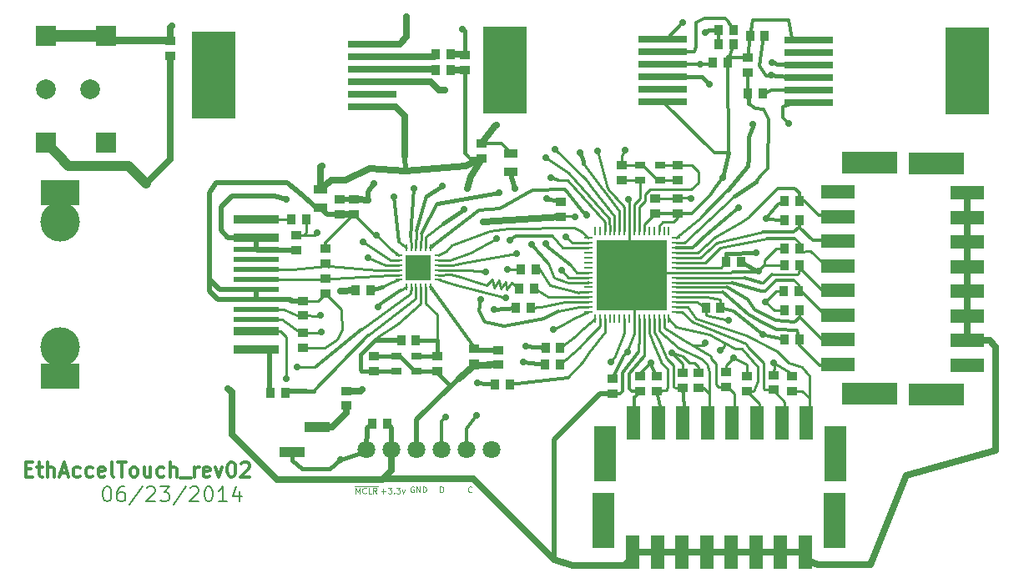
<source format=gtl>
G04 (created by PCBNEW (2013-08-24 BZR 4298)-stable) date Mon 23 Jun 2014 07:33:22 PM PDT*
%MOIN*%
G04 Gerber Fmt 3.4, Leading zero omitted, Abs format*
%FSLAX34Y34*%
G01*
G70*
G90*
G04 APERTURE LIST*
%ADD10C,0.005906*%
%ADD11C,0.003937*%
%ADD12C,0.007874*%
%ADD13C,0.011811*%
%ADD14R,0.035400X0.039400*%
%ADD15R,0.039400X0.035400*%
%ADD16R,0.009843X0.033465*%
%ADD17R,0.033465X0.009843*%
%ADD18R,0.281496X0.281496*%
%ADD19C,0.070866*%
%ADD20C,0.078700*%
%ADD21R,0.078700X0.078700*%
%ADD22R,0.181102X0.031890*%
%ADD23R,0.181102X0.024016*%
%ADD24C,0.157480*%
%ADD25R,0.153543X0.098425*%
%ADD26R,0.098400X0.098400*%
%ADD27O,0.009800X0.031500*%
%ADD28O,0.031500X0.009800*%
%ADD29C,0.023622*%
%ADD30R,0.055000X0.035000*%
%ADD31R,0.133858X0.055118*%
%ADD32R,0.220472X0.090551*%
%ADD33R,0.055118X0.133858*%
%ADD34R,0.090551X0.220472*%
%ADD35R,0.100000X0.039000*%
%ADD36R,0.196850X0.029921*%
%ADD37R,0.177165X0.346457*%
%ADD38R,0.039370X0.031496*%
%ADD39C,0.027559*%
%ADD40C,0.009843*%
%ADD41C,0.019685*%
%ADD42C,0.027559*%
%ADD43C,0.013780*%
%ADD44C,0.015748*%
%ADD45C,0.047244*%
%ADD46C,0.031496*%
%ADD47C,0.039370*%
G04 APERTURE END LIST*
G54D10*
G54D11*
X48515Y-44150D02*
X48695Y-44150D01*
X48605Y-44240D02*
X48605Y-44060D01*
X48785Y-44004D02*
X48931Y-44004D01*
X48852Y-44094D01*
X48886Y-44094D01*
X48908Y-44105D01*
X48920Y-44116D01*
X48931Y-44139D01*
X48931Y-44195D01*
X48920Y-44218D01*
X48908Y-44229D01*
X48886Y-44240D01*
X48818Y-44240D01*
X48796Y-44229D01*
X48785Y-44218D01*
X49032Y-44218D02*
X49043Y-44229D01*
X49032Y-44240D01*
X49021Y-44229D01*
X49032Y-44218D01*
X49032Y-44240D01*
X49122Y-44004D02*
X49268Y-44004D01*
X49190Y-44094D01*
X49223Y-44094D01*
X49246Y-44105D01*
X49257Y-44116D01*
X49268Y-44139D01*
X49268Y-44195D01*
X49257Y-44218D01*
X49246Y-44229D01*
X49223Y-44240D01*
X49156Y-44240D01*
X49133Y-44229D01*
X49122Y-44218D01*
X49347Y-44083D02*
X49403Y-44240D01*
X49460Y-44083D01*
G54D12*
X37542Y-43967D02*
X37598Y-43967D01*
X37654Y-43996D01*
X37682Y-44024D01*
X37710Y-44080D01*
X37739Y-44192D01*
X37739Y-44333D01*
X37710Y-44446D01*
X37682Y-44502D01*
X37654Y-44530D01*
X37598Y-44558D01*
X37542Y-44558D01*
X37485Y-44530D01*
X37457Y-44502D01*
X37429Y-44446D01*
X37401Y-44333D01*
X37401Y-44192D01*
X37429Y-44080D01*
X37457Y-44024D01*
X37485Y-43996D01*
X37542Y-43967D01*
X38245Y-43967D02*
X38132Y-43967D01*
X38076Y-43996D01*
X38048Y-44024D01*
X37992Y-44108D01*
X37964Y-44221D01*
X37964Y-44446D01*
X37992Y-44502D01*
X38020Y-44530D01*
X38076Y-44558D01*
X38188Y-44558D01*
X38245Y-44530D01*
X38273Y-44502D01*
X38301Y-44446D01*
X38301Y-44305D01*
X38273Y-44249D01*
X38245Y-44221D01*
X38188Y-44192D01*
X38076Y-44192D01*
X38020Y-44221D01*
X37992Y-44249D01*
X37964Y-44305D01*
X38976Y-43939D02*
X38470Y-44699D01*
X39145Y-44024D02*
X39173Y-43996D01*
X39229Y-43967D01*
X39370Y-43967D01*
X39426Y-43996D01*
X39454Y-44024D01*
X39482Y-44080D01*
X39482Y-44136D01*
X39454Y-44221D01*
X39116Y-44558D01*
X39482Y-44558D01*
X39679Y-43967D02*
X40044Y-43967D01*
X39848Y-44192D01*
X39932Y-44192D01*
X39988Y-44221D01*
X40016Y-44249D01*
X40044Y-44305D01*
X40044Y-44446D01*
X40016Y-44502D01*
X39988Y-44530D01*
X39932Y-44558D01*
X39763Y-44558D01*
X39707Y-44530D01*
X39679Y-44502D01*
X40719Y-43939D02*
X40213Y-44699D01*
X40888Y-44024D02*
X40916Y-43996D01*
X40973Y-43967D01*
X41113Y-43967D01*
X41169Y-43996D01*
X41197Y-44024D01*
X41226Y-44080D01*
X41226Y-44136D01*
X41197Y-44221D01*
X40860Y-44558D01*
X41226Y-44558D01*
X41591Y-43967D02*
X41647Y-43967D01*
X41704Y-43996D01*
X41732Y-44024D01*
X41760Y-44080D01*
X41788Y-44192D01*
X41788Y-44333D01*
X41760Y-44446D01*
X41732Y-44502D01*
X41704Y-44530D01*
X41647Y-44558D01*
X41591Y-44558D01*
X41535Y-44530D01*
X41507Y-44502D01*
X41479Y-44446D01*
X41451Y-44333D01*
X41451Y-44192D01*
X41479Y-44080D01*
X41507Y-44024D01*
X41535Y-43996D01*
X41591Y-43967D01*
X42350Y-44558D02*
X42013Y-44558D01*
X42182Y-44558D02*
X42182Y-43967D01*
X42125Y-44052D01*
X42069Y-44108D01*
X42013Y-44136D01*
X42857Y-44164D02*
X42857Y-44558D01*
X42716Y-43939D02*
X42575Y-44361D01*
X42941Y-44361D01*
G54D13*
X34322Y-43264D02*
X34519Y-43264D01*
X34603Y-43574D02*
X34322Y-43574D01*
X34322Y-42983D01*
X34603Y-42983D01*
X34772Y-43180D02*
X34997Y-43180D01*
X34856Y-42983D02*
X34856Y-43489D01*
X34884Y-43546D01*
X34940Y-43574D01*
X34997Y-43574D01*
X35194Y-43574D02*
X35194Y-42983D01*
X35447Y-43574D02*
X35447Y-43264D01*
X35419Y-43208D01*
X35362Y-43180D01*
X35278Y-43180D01*
X35222Y-43208D01*
X35194Y-43236D01*
X35700Y-43405D02*
X35981Y-43405D01*
X35643Y-43574D02*
X35840Y-42983D01*
X36037Y-43574D01*
X36487Y-43546D02*
X36431Y-43574D01*
X36318Y-43574D01*
X36262Y-43546D01*
X36234Y-43517D01*
X36206Y-43461D01*
X36206Y-43293D01*
X36234Y-43236D01*
X36262Y-43208D01*
X36318Y-43180D01*
X36431Y-43180D01*
X36487Y-43208D01*
X36993Y-43546D02*
X36937Y-43574D01*
X36825Y-43574D01*
X36768Y-43546D01*
X36740Y-43517D01*
X36712Y-43461D01*
X36712Y-43293D01*
X36740Y-43236D01*
X36768Y-43208D01*
X36825Y-43180D01*
X36937Y-43180D01*
X36993Y-43208D01*
X37471Y-43546D02*
X37415Y-43574D01*
X37303Y-43574D01*
X37246Y-43546D01*
X37218Y-43489D01*
X37218Y-43264D01*
X37246Y-43208D01*
X37303Y-43180D01*
X37415Y-43180D01*
X37471Y-43208D01*
X37500Y-43264D01*
X37500Y-43321D01*
X37218Y-43377D01*
X37837Y-43574D02*
X37781Y-43546D01*
X37753Y-43489D01*
X37753Y-42983D01*
X37978Y-42983D02*
X38315Y-42983D01*
X38146Y-43574D02*
X38146Y-42983D01*
X38596Y-43574D02*
X38540Y-43546D01*
X38512Y-43517D01*
X38484Y-43461D01*
X38484Y-43293D01*
X38512Y-43236D01*
X38540Y-43208D01*
X38596Y-43180D01*
X38681Y-43180D01*
X38737Y-43208D01*
X38765Y-43236D01*
X38793Y-43293D01*
X38793Y-43461D01*
X38765Y-43517D01*
X38737Y-43546D01*
X38681Y-43574D01*
X38596Y-43574D01*
X39299Y-43180D02*
X39299Y-43574D01*
X39046Y-43180D02*
X39046Y-43489D01*
X39074Y-43546D01*
X39131Y-43574D01*
X39215Y-43574D01*
X39271Y-43546D01*
X39299Y-43517D01*
X39834Y-43546D02*
X39777Y-43574D01*
X39665Y-43574D01*
X39609Y-43546D01*
X39580Y-43517D01*
X39552Y-43461D01*
X39552Y-43293D01*
X39580Y-43236D01*
X39609Y-43208D01*
X39665Y-43180D01*
X39777Y-43180D01*
X39834Y-43208D01*
X40087Y-43574D02*
X40087Y-42983D01*
X40340Y-43574D02*
X40340Y-43264D01*
X40312Y-43208D01*
X40255Y-43180D01*
X40171Y-43180D01*
X40115Y-43208D01*
X40087Y-43236D01*
X40480Y-43630D02*
X40930Y-43630D01*
X41071Y-43574D02*
X41071Y-43180D01*
X41071Y-43293D02*
X41099Y-43236D01*
X41127Y-43208D01*
X41183Y-43180D01*
X41240Y-43180D01*
X41661Y-43546D02*
X41605Y-43574D01*
X41493Y-43574D01*
X41437Y-43546D01*
X41408Y-43489D01*
X41408Y-43264D01*
X41437Y-43208D01*
X41493Y-43180D01*
X41605Y-43180D01*
X41661Y-43208D01*
X41690Y-43264D01*
X41690Y-43321D01*
X41408Y-43377D01*
X41886Y-43180D02*
X42027Y-43574D01*
X42168Y-43180D01*
X42505Y-42983D02*
X42561Y-42983D01*
X42618Y-43011D01*
X42646Y-43039D01*
X42674Y-43096D01*
X42702Y-43208D01*
X42702Y-43349D01*
X42674Y-43461D01*
X42646Y-43517D01*
X42618Y-43546D01*
X42561Y-43574D01*
X42505Y-43574D01*
X42449Y-43546D01*
X42421Y-43517D01*
X42393Y-43461D01*
X42365Y-43349D01*
X42365Y-43208D01*
X42393Y-43096D01*
X42421Y-43039D01*
X42449Y-43011D01*
X42505Y-42983D01*
X42927Y-43039D02*
X42955Y-43011D01*
X43011Y-42983D01*
X43152Y-42983D01*
X43208Y-43011D01*
X43236Y-43039D01*
X43264Y-43096D01*
X43264Y-43152D01*
X43236Y-43236D01*
X42899Y-43574D01*
X43264Y-43574D01*
G54D11*
X50866Y-44201D02*
X50866Y-43965D01*
X50922Y-43965D01*
X50956Y-43976D01*
X50978Y-43998D01*
X50989Y-44021D01*
X51001Y-44066D01*
X51001Y-44100D01*
X50989Y-44145D01*
X50978Y-44167D01*
X50956Y-44190D01*
X50922Y-44201D01*
X50866Y-44201D01*
X52137Y-44178D02*
X52125Y-44190D01*
X52092Y-44201D01*
X52069Y-44201D01*
X52035Y-44190D01*
X52013Y-44167D01*
X52002Y-44145D01*
X51991Y-44100D01*
X51991Y-44066D01*
X52002Y-44021D01*
X52013Y-43998D01*
X52035Y-43976D01*
X52069Y-43965D01*
X52092Y-43965D01*
X52125Y-43976D01*
X52137Y-43987D01*
X49820Y-43976D02*
X49797Y-43965D01*
X49763Y-43965D01*
X49730Y-43976D01*
X49707Y-43998D01*
X49696Y-44021D01*
X49685Y-44066D01*
X49685Y-44100D01*
X49696Y-44145D01*
X49707Y-44167D01*
X49730Y-44190D01*
X49763Y-44201D01*
X49786Y-44201D01*
X49820Y-44190D01*
X49831Y-44178D01*
X49831Y-44100D01*
X49786Y-44100D01*
X49932Y-44201D02*
X49932Y-43965D01*
X50067Y-44201D01*
X50067Y-43965D01*
X50179Y-44201D02*
X50179Y-43965D01*
X50236Y-43965D01*
X50269Y-43976D01*
X50292Y-43998D01*
X50303Y-44021D01*
X50314Y-44066D01*
X50314Y-44100D01*
X50303Y-44145D01*
X50292Y-44167D01*
X50269Y-44190D01*
X50236Y-44201D01*
X50179Y-44201D01*
X47502Y-44240D02*
X47502Y-44004D01*
X47581Y-44173D01*
X47660Y-44004D01*
X47660Y-44240D01*
X47907Y-44218D02*
X47896Y-44229D01*
X47862Y-44240D01*
X47840Y-44240D01*
X47806Y-44229D01*
X47784Y-44206D01*
X47772Y-44184D01*
X47761Y-44139D01*
X47761Y-44105D01*
X47772Y-44060D01*
X47784Y-44038D01*
X47806Y-44015D01*
X47840Y-44004D01*
X47862Y-44004D01*
X47896Y-44015D01*
X47907Y-44026D01*
X48121Y-44240D02*
X48008Y-44240D01*
X48008Y-44004D01*
X48335Y-44240D02*
X48256Y-44128D01*
X48200Y-44240D02*
X48200Y-44004D01*
X48290Y-44004D01*
X48312Y-44015D01*
X48323Y-44026D01*
X48335Y-44049D01*
X48335Y-44083D01*
X48323Y-44105D01*
X48312Y-44116D01*
X48290Y-44128D01*
X48200Y-44128D01*
X47446Y-43963D02*
X48380Y-43963D01*
G54D14*
X61987Y-26299D03*
X62579Y-26299D03*
G54D15*
X51850Y-26711D03*
X51850Y-27303D03*
X63149Y-27421D03*
X63149Y-26829D03*
G54D14*
X61987Y-25708D03*
X62579Y-25708D03*
X51280Y-26692D03*
X50688Y-26692D03*
X63168Y-28267D03*
X63760Y-28267D03*
X61751Y-27007D03*
X62343Y-27007D03*
X50688Y-27322D03*
X51280Y-27322D03*
X63839Y-25944D03*
X63247Y-25944D03*
G54D15*
X58858Y-39546D03*
X58858Y-40138D03*
G54D14*
X64625Y-38070D03*
X65217Y-38070D03*
G54D15*
X59527Y-39546D03*
X59527Y-40138D03*
G54D14*
X64625Y-36929D03*
X65217Y-36929D03*
G54D15*
X60551Y-39428D03*
X60551Y-40020D03*
G54D14*
X64585Y-36141D03*
X65177Y-36141D03*
G54D15*
X61181Y-39428D03*
X61181Y-40020D03*
G54D14*
X64625Y-35118D03*
X65217Y-35118D03*
G54D15*
X62283Y-39389D03*
X62283Y-39981D03*
G54D14*
X64625Y-34448D03*
X65217Y-34448D03*
G54D15*
X63110Y-39546D03*
X63110Y-40138D03*
G54D16*
X59807Y-37259D03*
X60003Y-37259D03*
X58625Y-37259D03*
X58822Y-37259D03*
X59216Y-37259D03*
X59019Y-37259D03*
X59610Y-37259D03*
X59413Y-37259D03*
X57838Y-37259D03*
X58035Y-37259D03*
X58429Y-37259D03*
X58232Y-37259D03*
X57444Y-37259D03*
X57641Y-37259D03*
X57248Y-37259D03*
X57051Y-37259D03*
G54D17*
X56775Y-36984D03*
X56775Y-36787D03*
X56775Y-36393D03*
X56775Y-36590D03*
X56775Y-35803D03*
X56775Y-35606D03*
X56775Y-36000D03*
X56775Y-36196D03*
X56775Y-34622D03*
X56775Y-34425D03*
X56775Y-35015D03*
X56775Y-34818D03*
X56775Y-35212D03*
X56775Y-35409D03*
X56775Y-34031D03*
X56775Y-34228D03*
G54D16*
X57051Y-33755D03*
X57248Y-33755D03*
X57641Y-33755D03*
X57444Y-33755D03*
X58232Y-33755D03*
X58429Y-33755D03*
X58035Y-33755D03*
X57838Y-33755D03*
X59413Y-33755D03*
X59610Y-33755D03*
X59019Y-33755D03*
X59216Y-33755D03*
X58822Y-33755D03*
X58625Y-33755D03*
X60003Y-33755D03*
X59807Y-33755D03*
G54D17*
X60279Y-34228D03*
X60279Y-34031D03*
X60279Y-35409D03*
X60279Y-35212D03*
X60279Y-34818D03*
X60279Y-35007D03*
X60279Y-34425D03*
X60279Y-34622D03*
X60279Y-36196D03*
X60279Y-36000D03*
X60279Y-35606D03*
X60279Y-35803D03*
X60279Y-36590D03*
X60279Y-36393D03*
X60279Y-36787D03*
X60279Y-36984D03*
G54D18*
X58527Y-35507D03*
G54D14*
X64625Y-33307D03*
X65217Y-33307D03*
G54D15*
X64173Y-39507D03*
X64173Y-40099D03*
G54D14*
X64625Y-32559D03*
X65217Y-32559D03*
G54D15*
X64921Y-39546D03*
X64921Y-40138D03*
G54D19*
X51925Y-42480D03*
X52925Y-42480D03*
X47933Y-42480D03*
X48933Y-42480D03*
X50929Y-42480D03*
X49929Y-42480D03*
G54D20*
X36890Y-28070D03*
G54D21*
X35118Y-25940D03*
X37520Y-25940D03*
X35118Y-30202D03*
X37520Y-30202D03*
G54D20*
X35118Y-28070D03*
G54D15*
X52519Y-30255D03*
X52519Y-30847D03*
X46850Y-32483D03*
X46850Y-33075D03*
X52216Y-39040D03*
X52216Y-38448D03*
G54D22*
X43523Y-33291D03*
X43523Y-34015D03*
G54D23*
X43523Y-34488D03*
X43523Y-34889D03*
X43523Y-35692D03*
X43523Y-37291D03*
X43523Y-36488D03*
G54D22*
X43523Y-38488D03*
X43523Y-37763D03*
G54D23*
X43523Y-36090D03*
X43523Y-36889D03*
G54D24*
X35681Y-38389D03*
X35681Y-33389D03*
G54D23*
X43523Y-35291D03*
G54D25*
X35681Y-32228D03*
X35681Y-39551D03*
G54D26*
X50003Y-35208D03*
G54D27*
X49511Y-35995D03*
X49708Y-35995D03*
X49905Y-35995D03*
X50101Y-35995D03*
X50298Y-35995D03*
X50495Y-35995D03*
G54D28*
X50790Y-35700D03*
X50790Y-35503D03*
X50790Y-35306D03*
X50790Y-35110D03*
X50790Y-34913D03*
X50790Y-34716D03*
G54D27*
X50495Y-34421D03*
X50298Y-34421D03*
X50101Y-34421D03*
X49905Y-34421D03*
X49708Y-34421D03*
X49511Y-34421D03*
G54D28*
X49216Y-34716D03*
X49216Y-34913D03*
X49216Y-35110D03*
X49216Y-35306D03*
X49216Y-35503D03*
X49216Y-35700D03*
G54D29*
X50003Y-35208D03*
X49703Y-34908D03*
X49703Y-35508D03*
X50303Y-34908D03*
X50303Y-35508D03*
G54D14*
X47491Y-36114D03*
X48083Y-36114D03*
G54D30*
X46094Y-32077D03*
X46094Y-32827D03*
G54D15*
X53188Y-39095D03*
X53188Y-38503D03*
X50748Y-39351D03*
X50748Y-38759D03*
X48228Y-39351D03*
X48228Y-38759D03*
X47125Y-40137D03*
X47125Y-40729D03*
X47409Y-32491D03*
X47409Y-33083D03*
X57755Y-39664D03*
X57755Y-40256D03*
X40098Y-26752D03*
X40098Y-26160D03*
G54D14*
X62067Y-36811D03*
X61475Y-36811D03*
G54D15*
X55704Y-32589D03*
X55704Y-33181D03*
G54D14*
X62894Y-35000D03*
X62302Y-35000D03*
G54D15*
X60354Y-32459D03*
X60354Y-33051D03*
X58110Y-31121D03*
X58110Y-31713D03*
X60354Y-31713D03*
X60354Y-31121D03*
X59448Y-32459D03*
X59448Y-33051D03*
G54D14*
X55666Y-38421D03*
X55074Y-38421D03*
X55650Y-39094D03*
X55058Y-39094D03*
X53642Y-39881D03*
X53050Y-39881D03*
X49310Y-38129D03*
X49902Y-38129D03*
X54685Y-35295D03*
X54093Y-35295D03*
X54626Y-36043D03*
X54034Y-36043D03*
X54492Y-36822D03*
X53900Y-36822D03*
G54D15*
X46283Y-35051D03*
X46283Y-34459D03*
X46291Y-35664D03*
X46291Y-36256D03*
X45385Y-37134D03*
X45385Y-36542D03*
X45405Y-37822D03*
X45405Y-38414D03*
G54D14*
X44693Y-40208D03*
X44101Y-40208D03*
X48168Y-41456D03*
X48760Y-41456D03*
X45516Y-33295D03*
X44924Y-33295D03*
G54D15*
X45106Y-34512D03*
X45106Y-33920D03*
G54D30*
X53700Y-31398D03*
X53700Y-30648D03*
G54D31*
X71929Y-39114D03*
X71929Y-38129D03*
X71929Y-37145D03*
X71929Y-32224D03*
X71929Y-34192D03*
X71929Y-33208D03*
G54D32*
X70688Y-40275D03*
G54D31*
X71929Y-35177D03*
X71929Y-36161D03*
G54D32*
X70688Y-31062D03*
G54D33*
X58562Y-46574D03*
X59547Y-46574D03*
X60531Y-46574D03*
X65452Y-46574D03*
X63484Y-46574D03*
X64468Y-46574D03*
G54D34*
X57401Y-45334D03*
G54D33*
X62500Y-46574D03*
X61515Y-46574D03*
G54D34*
X66614Y-45334D03*
G54D31*
X66771Y-32185D03*
X66771Y-33169D03*
X66771Y-34153D03*
X66771Y-39074D03*
X66771Y-37106D03*
X66771Y-38090D03*
G54D32*
X68011Y-31023D03*
G54D31*
X66771Y-36122D03*
X66771Y-35137D03*
G54D32*
X68011Y-40236D03*
G54D33*
X65492Y-41417D03*
X64507Y-41417D03*
X63523Y-41417D03*
X58602Y-41417D03*
X60570Y-41417D03*
X59586Y-41417D03*
G54D34*
X66653Y-42657D03*
G54D33*
X61555Y-41417D03*
X62539Y-41417D03*
G54D34*
X57440Y-42657D03*
G54D35*
X45972Y-41586D03*
X44972Y-42586D03*
G54D36*
X65590Y-26112D03*
X65590Y-27112D03*
X65590Y-28112D03*
X65590Y-27612D03*
X65590Y-28612D03*
X65590Y-26612D03*
G54D37*
X71909Y-27362D03*
G54D36*
X59763Y-28572D03*
X59763Y-27572D03*
X59763Y-26572D03*
X59763Y-27072D03*
X59763Y-26072D03*
X59763Y-28072D03*
G54D37*
X53444Y-27322D03*
G54D36*
X48149Y-28769D03*
X48149Y-27769D03*
X48149Y-26769D03*
X48149Y-27269D03*
X48149Y-26269D03*
X48149Y-28269D03*
G54D37*
X41830Y-27519D03*
G54D38*
X49921Y-38759D03*
X49133Y-38759D03*
X49921Y-39350D03*
X49133Y-39350D03*
X58858Y-31712D03*
X59645Y-31712D03*
X58858Y-31122D03*
X59645Y-31122D03*
G54D39*
X62401Y-37322D03*
X42401Y-40039D03*
X46141Y-31141D03*
X40157Y-25551D03*
X62165Y-31614D03*
X63502Y-34606D03*
X56259Y-33169D03*
X55712Y-35322D03*
X51968Y-32047D03*
X52598Y-33385D03*
X52685Y-35388D03*
X48389Y-36771D03*
X48334Y-33925D03*
X56732Y-33110D03*
X62795Y-32834D03*
X52503Y-36488D03*
X51822Y-32897D03*
X53937Y-34645D03*
X55381Y-37688D03*
X44724Y-39645D03*
X47755Y-40078D03*
X64803Y-29448D03*
X58385Y-32480D03*
X60551Y-25433D03*
X58267Y-30511D03*
X60905Y-32440D03*
X49527Y-25196D03*
X39133Y-31850D03*
X63897Y-33267D03*
X63858Y-36574D03*
X63740Y-37874D03*
X64173Y-39015D03*
X60118Y-38622D03*
X59291Y-39015D03*
X58346Y-38582D03*
X62598Y-38818D03*
X51614Y-39645D03*
X48228Y-31850D03*
X44724Y-32500D03*
X53110Y-29527D03*
X46889Y-36141D03*
X63582Y-35354D03*
X55118Y-32440D03*
X52322Y-41102D03*
X61456Y-38228D03*
X51102Y-41181D03*
X62047Y-38503D03*
X51062Y-28110D03*
X55275Y-31614D03*
X64133Y-27007D03*
X57165Y-30551D03*
X55078Y-30826D03*
X61614Y-27874D03*
X45960Y-33818D03*
X45165Y-39188D03*
X53484Y-36421D03*
X53562Y-35295D03*
X54275Y-38354D03*
X50944Y-31968D03*
X54200Y-38976D03*
X49814Y-32047D03*
X52362Y-39803D03*
X49035Y-32397D03*
X53031Y-36889D03*
X53110Y-34055D03*
X53858Y-32047D03*
X55078Y-34263D03*
X55472Y-30472D03*
X61259Y-27086D03*
X49645Y-27269D03*
X53661Y-34133D03*
X64094Y-27519D03*
X63346Y-29488D03*
X56456Y-30629D03*
X61456Y-25826D03*
X55905Y-33976D03*
X51771Y-25669D03*
X47783Y-34196D03*
X46074Y-37110D03*
X47984Y-34826D03*
X46114Y-37771D03*
X53228Y-32204D03*
X54507Y-34271D03*
X46889Y-42874D03*
X57677Y-38976D03*
G54D40*
X61475Y-36811D02*
X61475Y-36908D01*
X61496Y-37125D02*
X62401Y-37322D01*
X61475Y-36908D02*
X61496Y-37125D01*
G54D41*
X57755Y-40256D02*
X57263Y-40256D01*
X55433Y-42086D02*
X55433Y-46889D01*
X57263Y-40256D02*
X55433Y-42086D01*
G54D42*
X71929Y-33208D02*
X71929Y-32224D01*
X71929Y-34192D02*
X71929Y-33208D01*
X71929Y-35177D02*
X71929Y-34192D01*
X71929Y-36161D02*
X71929Y-35177D01*
X71929Y-37145D02*
X71929Y-36161D01*
X71929Y-38129D02*
X71929Y-37145D01*
X65452Y-46574D02*
X65452Y-46870D01*
X72814Y-38129D02*
X71929Y-38129D01*
X73070Y-38385D02*
X72814Y-38129D01*
X73070Y-42519D02*
X73070Y-38385D01*
X68070Y-47086D02*
X69488Y-43503D01*
X69488Y-43503D02*
X73070Y-42519D01*
X65944Y-47086D02*
X68070Y-47086D01*
X65452Y-46870D02*
X65944Y-47086D01*
X64468Y-46574D02*
X65452Y-46574D01*
X63484Y-46574D02*
X64468Y-46574D01*
X62500Y-46574D02*
X63484Y-46574D01*
X61515Y-46574D02*
X62500Y-46574D01*
X60531Y-46574D02*
X61515Y-46574D01*
X59547Y-46574D02*
X60531Y-46574D01*
X58562Y-46574D02*
X59547Y-46574D01*
X48582Y-43661D02*
X52204Y-43661D01*
X52204Y-43661D02*
X55433Y-46889D01*
X58562Y-46791D02*
X58562Y-46574D01*
X55433Y-46889D02*
X56141Y-47125D01*
X56141Y-47125D02*
X58228Y-47125D01*
X58228Y-47125D02*
X58562Y-46791D01*
X48933Y-43311D02*
X48933Y-42480D01*
X48543Y-43700D02*
X48582Y-43661D01*
X48582Y-43661D02*
X48933Y-43311D01*
X44370Y-43700D02*
X48543Y-43700D01*
X42559Y-41889D02*
X44370Y-43700D01*
X42559Y-40196D02*
X42559Y-41889D01*
X42401Y-40039D02*
X42559Y-40196D01*
X40098Y-26160D02*
X40098Y-25610D01*
X46094Y-31188D02*
X46094Y-32077D01*
X46141Y-31141D02*
X46094Y-31188D01*
X40098Y-25610D02*
X40157Y-25551D01*
G54D43*
X52519Y-30847D02*
X52067Y-30847D01*
G54D44*
X51850Y-30629D02*
X51850Y-27303D01*
G54D43*
X52067Y-30847D02*
X51850Y-30629D01*
G54D13*
X59763Y-28572D02*
X59763Y-28582D01*
X61811Y-30629D02*
X62401Y-30629D01*
X59763Y-28582D02*
X61811Y-30629D01*
X60354Y-33051D02*
X60924Y-33051D01*
X61850Y-32007D02*
X62165Y-31614D01*
X61653Y-32322D02*
X61850Y-32007D01*
X60924Y-33051D02*
X61653Y-32322D01*
X60354Y-33051D02*
X59448Y-33051D01*
X62343Y-27007D02*
X62579Y-26299D01*
X63247Y-25944D02*
X63346Y-25314D01*
X64921Y-26062D02*
X65590Y-26112D01*
X63346Y-25314D02*
X64803Y-25314D01*
X64803Y-25314D02*
X64921Y-26062D01*
X63149Y-26829D02*
X63247Y-25944D01*
X62343Y-27007D02*
X62343Y-26790D01*
X62382Y-26829D02*
X63149Y-26829D01*
X62343Y-26790D02*
X62382Y-26829D01*
X62401Y-30629D02*
X62401Y-29488D01*
X62401Y-29488D02*
X62343Y-28209D01*
X62343Y-28209D02*
X62343Y-27007D01*
G54D44*
X62165Y-31614D02*
X62401Y-30629D01*
G54D40*
X59019Y-33755D02*
X59019Y-33481D01*
X59019Y-33481D02*
X59448Y-33051D01*
X59610Y-33755D02*
X59610Y-33539D01*
X60354Y-33228D02*
X60354Y-33051D01*
X60196Y-33385D02*
X60354Y-33228D01*
X59763Y-33385D02*
X60196Y-33385D01*
X59610Y-33539D02*
X59763Y-33385D01*
G54D42*
X51850Y-27303D02*
X51299Y-27303D01*
X51299Y-27303D02*
X51280Y-27322D01*
X49467Y-30748D02*
X49467Y-29152D01*
X49084Y-28769D02*
X48149Y-28769D01*
X49467Y-29152D02*
X49084Y-28769D01*
G54D40*
X60279Y-35212D02*
X62089Y-35212D01*
X62089Y-35212D02*
X62302Y-35000D01*
G54D41*
X49467Y-30748D02*
X49476Y-31358D01*
G54D40*
X58818Y-37913D02*
X58779Y-38582D01*
X58822Y-37259D02*
X58818Y-37913D01*
G54D13*
X58050Y-40256D02*
X57755Y-40256D01*
X58149Y-40157D02*
X58050Y-40256D01*
X58149Y-39409D02*
X58149Y-40157D01*
X58779Y-38582D02*
X58149Y-39409D01*
G54D41*
X48933Y-42480D02*
X48933Y-41629D01*
X48933Y-41629D02*
X48760Y-41456D01*
G54D44*
X62302Y-35000D02*
X62283Y-34645D01*
X62283Y-34645D02*
X63502Y-34606D01*
X63502Y-34606D02*
X63503Y-34606D01*
G54D40*
X56775Y-35606D02*
X55996Y-35606D01*
X56326Y-33103D02*
X55704Y-33181D01*
X56259Y-33169D02*
X56326Y-33103D01*
X55996Y-35606D02*
X55712Y-35322D01*
X60279Y-36590D02*
X61118Y-36586D01*
X61118Y-36586D02*
X61460Y-36811D01*
X61460Y-36811D02*
X61475Y-36811D01*
G54D42*
X47085Y-31730D02*
X46511Y-31723D01*
X52484Y-30841D02*
X52519Y-30881D01*
X49457Y-31359D02*
X49476Y-31358D01*
X49476Y-31358D02*
X51894Y-31153D01*
X51894Y-31153D02*
X52484Y-30841D01*
X48070Y-31259D02*
X49457Y-31359D01*
X52519Y-30881D02*
X52094Y-31598D01*
X52094Y-31598D02*
X51968Y-32047D01*
X46511Y-31723D02*
X46094Y-32077D01*
X48070Y-31259D02*
X47085Y-31730D01*
X52598Y-33385D02*
X55704Y-33181D01*
G54D40*
X50790Y-35306D02*
X52031Y-35303D01*
X52031Y-35303D02*
X52685Y-35388D01*
X52598Y-33385D02*
X52531Y-33318D01*
G54D45*
X37520Y-25940D02*
X35118Y-25940D01*
G54D46*
X40039Y-26121D02*
X37700Y-26121D01*
X37700Y-26121D02*
X37520Y-25940D01*
G54D40*
X48334Y-33925D02*
X48251Y-33925D01*
X48251Y-33925D02*
X47409Y-33083D01*
G54D41*
X46850Y-33075D02*
X46342Y-33075D01*
X46342Y-33075D02*
X46094Y-32827D01*
X46094Y-32827D02*
X45894Y-32788D01*
X41657Y-32232D02*
X41657Y-35582D01*
X41921Y-31811D02*
X41657Y-32232D01*
X45295Y-32263D02*
X44744Y-31811D01*
X44744Y-31811D02*
X41921Y-31811D01*
X45894Y-32788D02*
X45295Y-32263D01*
X41657Y-36153D02*
X41657Y-35582D01*
X41657Y-35685D02*
X41657Y-35582D01*
G54D40*
X46916Y-36948D02*
X46916Y-36881D01*
X46255Y-38417D02*
X46771Y-38070D01*
X45405Y-38414D02*
X46255Y-38417D01*
X46916Y-36881D02*
X46291Y-36256D01*
X46771Y-38070D02*
X46943Y-37689D01*
X46943Y-37689D02*
X46916Y-36948D01*
G54D41*
X43523Y-36090D02*
X43523Y-36488D01*
X43523Y-36488D02*
X41992Y-36488D01*
X41992Y-36488D02*
X41657Y-36153D01*
X43523Y-36090D02*
X42062Y-36090D01*
X42062Y-36090D02*
X41657Y-35685D01*
G54D13*
X47409Y-33083D02*
X47086Y-33405D01*
X47086Y-33405D02*
X46283Y-34208D01*
X46283Y-34208D02*
X46283Y-34459D01*
G54D41*
X45385Y-36542D02*
X44936Y-36550D01*
X44874Y-36488D02*
X43523Y-36488D01*
X44936Y-36550D02*
X44874Y-36488D01*
G54D40*
X45385Y-36542D02*
X45997Y-36550D01*
X45997Y-36550D02*
X46291Y-36256D01*
G54D42*
X46862Y-33086D02*
X47409Y-33083D01*
G54D40*
X49216Y-34716D02*
X49085Y-34620D01*
X49085Y-34620D02*
X48985Y-34547D01*
G54D44*
X48365Y-36756D02*
X48365Y-36753D01*
G54D13*
X49299Y-36121D02*
X48365Y-36753D01*
G54D40*
X49511Y-35995D02*
X49299Y-36121D01*
G54D44*
X48389Y-36771D02*
X48365Y-36756D01*
G54D40*
X48985Y-34547D02*
X48334Y-33925D01*
X56775Y-36590D02*
X55866Y-36593D01*
X54905Y-36795D02*
X54492Y-36822D01*
X55866Y-36593D02*
X54905Y-36795D01*
G54D13*
X60944Y-34409D02*
X61535Y-33897D01*
X56708Y-33032D02*
X56708Y-33032D01*
X56732Y-33110D02*
X56708Y-33032D01*
X50495Y-34421D02*
X50704Y-34260D01*
X50704Y-34260D02*
X52421Y-32933D01*
X52421Y-32933D02*
X53251Y-32858D01*
X56625Y-33043D02*
X56708Y-33032D01*
X53251Y-32858D02*
X54566Y-32118D01*
X54566Y-32118D02*
X55866Y-32086D01*
X55866Y-32086D02*
X56625Y-33043D01*
X60944Y-34409D02*
X60279Y-34425D01*
X61535Y-33897D02*
X62795Y-32834D01*
G54D40*
X56236Y-33633D02*
X56491Y-33747D01*
X51110Y-34560D02*
X51333Y-34321D01*
X51333Y-34321D02*
X52844Y-33765D01*
X52844Y-33765D02*
X53578Y-33648D01*
X53578Y-33648D02*
X56236Y-33633D01*
X50790Y-34716D02*
X51110Y-34560D01*
X56491Y-33747D02*
X56775Y-34031D01*
X56775Y-36787D02*
X56433Y-36787D01*
X56433Y-36787D02*
X55604Y-36962D01*
G54D13*
X55604Y-36962D02*
X55011Y-37248D01*
X55011Y-37248D02*
X53417Y-37562D01*
X53417Y-37562D02*
X52661Y-37374D01*
X52661Y-37374D02*
X52429Y-36944D01*
X52429Y-36944D02*
X52503Y-36488D01*
G54D44*
X51822Y-32897D02*
X50984Y-33448D01*
G54D40*
X50303Y-34000D02*
X50298Y-34421D01*
X50303Y-34000D02*
X50984Y-33448D01*
X55192Y-36393D02*
X56775Y-36393D01*
X55192Y-36393D02*
X54763Y-36106D01*
X54626Y-36043D02*
X54763Y-36106D01*
X56775Y-36196D02*
X56417Y-36196D01*
X56409Y-36204D02*
X55265Y-35924D01*
X54807Y-35248D02*
X54685Y-35295D01*
X55265Y-35924D02*
X54807Y-35248D01*
X56417Y-36196D02*
X56409Y-36204D01*
X56775Y-36984D02*
X56271Y-37204D01*
X56271Y-37204D02*
X55724Y-37519D01*
X55381Y-37688D02*
X55731Y-37525D01*
X55724Y-37519D02*
X55731Y-37525D01*
X50790Y-35110D02*
X51346Y-35122D01*
X51346Y-35122D02*
X51830Y-35023D01*
X51830Y-35023D02*
X53338Y-34755D01*
X53338Y-34755D02*
X53937Y-34645D01*
X53937Y-34645D02*
X53944Y-34639D01*
X57248Y-37535D02*
X57244Y-37263D01*
X56755Y-38055D02*
X56421Y-38433D01*
X55650Y-39094D02*
X56421Y-38433D01*
X57248Y-37535D02*
X56755Y-38055D01*
X57244Y-37263D02*
X57248Y-37259D01*
X57452Y-37787D02*
X57441Y-37263D01*
X57441Y-37263D02*
X57444Y-37259D01*
X57452Y-37771D02*
X57452Y-37787D01*
X57452Y-37787D02*
X56830Y-38598D01*
X56830Y-38598D02*
X56543Y-38988D01*
X56543Y-38988D02*
X55944Y-39610D01*
G54D13*
X55944Y-39610D02*
X53642Y-39881D01*
G54D40*
X57051Y-37259D02*
X56622Y-37610D01*
X56622Y-37610D02*
X56196Y-38027D01*
X56196Y-38027D02*
X55666Y-38421D01*
X43523Y-37763D02*
X44496Y-37763D01*
X44724Y-37992D02*
X44724Y-39645D01*
X44496Y-37763D02*
X44724Y-37992D01*
G54D42*
X47125Y-40137D02*
X47697Y-40137D01*
X47697Y-40137D02*
X47755Y-40078D01*
G54D44*
X50748Y-39351D02*
X50748Y-39409D01*
X50748Y-39409D02*
X51295Y-39956D01*
X49921Y-39350D02*
X50747Y-39350D01*
X50747Y-39350D02*
X50748Y-39351D01*
X49133Y-38759D02*
X49271Y-38759D01*
X49862Y-39350D02*
X49921Y-39350D01*
X49271Y-38759D02*
X49862Y-39350D01*
X48228Y-38759D02*
X49133Y-38759D01*
X49133Y-38759D02*
X49133Y-38759D01*
G54D13*
X65590Y-28612D02*
X65049Y-28612D01*
X64566Y-29212D02*
X64803Y-29448D01*
X64566Y-28779D02*
X64566Y-29212D01*
X65049Y-28612D02*
X64566Y-28779D01*
G54D43*
X53700Y-30648D02*
X53700Y-30629D01*
X53326Y-30255D02*
X52519Y-30255D01*
X53700Y-30629D02*
X53326Y-30255D01*
G54D40*
X58429Y-33755D02*
X58429Y-32523D01*
X58429Y-32523D02*
X58385Y-32480D01*
G54D13*
X59763Y-26072D02*
X59911Y-26072D01*
X59911Y-26072D02*
X60551Y-25433D01*
G54D40*
X58110Y-31121D02*
X58110Y-30748D01*
X58110Y-30748D02*
X58267Y-30511D01*
X59645Y-31712D02*
X59547Y-31712D01*
X58956Y-31122D02*
X58858Y-31122D01*
X59547Y-31712D02*
X58956Y-31122D01*
X60354Y-32459D02*
X60845Y-32381D01*
X60845Y-32381D02*
X60905Y-32440D01*
X59448Y-32459D02*
X60354Y-32459D01*
X59645Y-31712D02*
X60353Y-31712D01*
X60353Y-31712D02*
X60354Y-31713D01*
X58110Y-31121D02*
X58857Y-31121D01*
X58857Y-31121D02*
X58858Y-31122D01*
G54D42*
X48149Y-26269D02*
X49242Y-26269D01*
X49527Y-25984D02*
X49527Y-25196D01*
X49242Y-26269D02*
X49527Y-25984D01*
X40098Y-26752D02*
X40098Y-30885D01*
G54D47*
X35163Y-30202D02*
X36023Y-31141D01*
X36023Y-31141D02*
X38425Y-31141D01*
X38425Y-31141D02*
X39133Y-31850D01*
X35163Y-30202D02*
X35118Y-30202D01*
G54D42*
X40098Y-30885D02*
X39133Y-31850D01*
G54D13*
X64625Y-32559D02*
X64344Y-32671D01*
X64330Y-33307D02*
X63897Y-33267D01*
X64330Y-33307D02*
X64625Y-33307D01*
X64344Y-32671D02*
X63897Y-33267D01*
G54D40*
X64625Y-34448D02*
X64291Y-34448D01*
X63818Y-34921D02*
X63818Y-35118D01*
X64291Y-34448D02*
X63818Y-34921D01*
X64625Y-35118D02*
X63818Y-35118D01*
G54D13*
X63818Y-35118D02*
X63582Y-35354D01*
G54D40*
X64585Y-36141D02*
X64291Y-36141D01*
X64212Y-36929D02*
X63858Y-36574D01*
X64212Y-36929D02*
X64625Y-36929D01*
X64291Y-36141D02*
X63858Y-36574D01*
G54D13*
X64625Y-38070D02*
X63681Y-37880D01*
G54D40*
X63681Y-37880D02*
X63740Y-37874D01*
G54D13*
X62067Y-36811D02*
X62598Y-36968D01*
X62598Y-36968D02*
X63740Y-37874D01*
G54D40*
X64173Y-39507D02*
X64212Y-39055D01*
X64921Y-39448D02*
X64173Y-39015D01*
X64921Y-39448D02*
X64921Y-39546D01*
X64212Y-39055D02*
X64173Y-39015D01*
X62283Y-39389D02*
X62283Y-39133D01*
X62283Y-39133D02*
X62598Y-38818D01*
X60118Y-38622D02*
X60551Y-38740D01*
X60551Y-39055D02*
X60118Y-38622D01*
X60551Y-39428D02*
X60551Y-39055D01*
X61181Y-39173D02*
X61181Y-39428D01*
X61023Y-39015D02*
X61181Y-39173D01*
X60826Y-39015D02*
X61023Y-39015D01*
X60551Y-38740D02*
X60826Y-39015D01*
X59291Y-39015D02*
X59291Y-39113D01*
G54D13*
X58858Y-39448D02*
X59291Y-39015D01*
G54D40*
X58858Y-39546D02*
X58858Y-39448D01*
G54D13*
X59291Y-39113D02*
X59527Y-39546D01*
X57755Y-39664D02*
X58188Y-38740D01*
X58188Y-38740D02*
X58346Y-38582D01*
G54D40*
X63110Y-39546D02*
X63110Y-39094D01*
X63110Y-39094D02*
X62598Y-38818D01*
G54D41*
X49929Y-42480D02*
X49921Y-41299D01*
X49921Y-41299D02*
X51295Y-39956D01*
G54D42*
X52171Y-39135D02*
X53188Y-39095D01*
G54D41*
X51295Y-39956D02*
X51614Y-39645D01*
G54D42*
X52143Y-39182D02*
X51614Y-39645D01*
X52143Y-39182D02*
X52171Y-39135D01*
G54D40*
X60279Y-36393D02*
X60681Y-36393D01*
X60681Y-36393D02*
X61141Y-36377D01*
X61141Y-36377D02*
X61535Y-36377D01*
X62066Y-36692D02*
X62067Y-36811D01*
X62066Y-36661D02*
X62066Y-36692D01*
X62047Y-36496D02*
X62066Y-36661D01*
X61539Y-36381D02*
X62047Y-36496D01*
X61535Y-36377D02*
X61539Y-36381D01*
X61911Y-35409D02*
X62413Y-35413D01*
X62413Y-35413D02*
X62559Y-35393D01*
X61911Y-35409D02*
X60279Y-35409D01*
G54D44*
X62894Y-35000D02*
X63582Y-35385D01*
G54D13*
X62559Y-35393D02*
X63582Y-35385D01*
G54D40*
X58626Y-37547D02*
X58622Y-37263D01*
X58622Y-37263D02*
X58625Y-37259D01*
X60279Y-35409D02*
X58625Y-35409D01*
X58625Y-35409D02*
X58527Y-35507D01*
X58625Y-37259D02*
X58625Y-35606D01*
X58625Y-35606D02*
X58527Y-35507D01*
X58429Y-33755D02*
X58429Y-35409D01*
X58429Y-35409D02*
X58527Y-35507D01*
G54D42*
X52519Y-30255D02*
X53070Y-29566D01*
G54D41*
X53070Y-29566D02*
X53110Y-29527D01*
X47409Y-32491D02*
X46858Y-32491D01*
X46858Y-32491D02*
X46850Y-32483D01*
X47996Y-32511D02*
X47996Y-32200D01*
X47996Y-32200D02*
X48228Y-31850D01*
X43523Y-34015D02*
X42389Y-34015D01*
X42389Y-34015D02*
X42106Y-33732D01*
X42106Y-33732D02*
X42106Y-32795D01*
X42106Y-32795D02*
X42562Y-32338D01*
X42562Y-32338D02*
X44251Y-32338D01*
X44251Y-32338D02*
X44724Y-32500D01*
X43523Y-34488D02*
X43523Y-34015D01*
X45106Y-34512D02*
X43547Y-34512D01*
X43547Y-34512D02*
X43523Y-34488D01*
G54D42*
X47491Y-36114D02*
X46889Y-36141D01*
G54D40*
X58626Y-37535D02*
X58626Y-37547D01*
X58626Y-37547D02*
X58622Y-37854D01*
X58622Y-37854D02*
X58523Y-38090D01*
X58523Y-38090D02*
X58354Y-38507D01*
X58354Y-38507D02*
X58346Y-38543D01*
X62894Y-35000D02*
X63582Y-35354D01*
G54D44*
X55704Y-32589D02*
X55118Y-32440D01*
G54D42*
X47996Y-32511D02*
X47596Y-32488D01*
X47596Y-32488D02*
X47409Y-32491D01*
X53188Y-39095D02*
X52216Y-39119D01*
G54D40*
X44924Y-33295D02*
X43527Y-33295D01*
X43527Y-33295D02*
X43523Y-33291D01*
X60942Y-38310D02*
X61374Y-38310D01*
G54D13*
X51925Y-41657D02*
X51925Y-42480D01*
X52322Y-41102D02*
X51925Y-41657D01*
G54D40*
X61374Y-38310D02*
X61456Y-38228D01*
X62283Y-39981D02*
X62343Y-39981D01*
X62625Y-40263D02*
X62625Y-41165D01*
X62343Y-39981D02*
X62625Y-40263D01*
X61692Y-38740D02*
X61692Y-38858D01*
X60572Y-38098D02*
X60942Y-38310D01*
X60942Y-38310D02*
X61692Y-38740D01*
X59807Y-37614D02*
X60572Y-38098D01*
X59807Y-37259D02*
X59807Y-37614D01*
X61988Y-39981D02*
X62283Y-39981D01*
X61889Y-39881D02*
X61988Y-39981D01*
X61889Y-39055D02*
X61889Y-39881D01*
X61692Y-38858D02*
X61889Y-39055D01*
X62214Y-38210D02*
X62214Y-38336D01*
G54D13*
X50929Y-41354D02*
X50929Y-42480D01*
X51102Y-41181D02*
X50929Y-41354D01*
G54D40*
X62214Y-38336D02*
X62047Y-38503D01*
X63625Y-41165D02*
X63625Y-40654D01*
X63625Y-40654D02*
X63110Y-40138D01*
X63110Y-40138D02*
X63404Y-40138D01*
X62914Y-38465D02*
X63543Y-39173D01*
X62914Y-38465D02*
X62671Y-38465D01*
X63543Y-39763D02*
X63543Y-39173D01*
X63404Y-40138D02*
X63543Y-39763D01*
X60003Y-37259D02*
X60275Y-37598D01*
X61614Y-37874D02*
X62214Y-38210D01*
X62214Y-38210D02*
X62671Y-38465D01*
X62671Y-38465D02*
X62677Y-38464D01*
X60275Y-37598D02*
X61614Y-37874D01*
G54D42*
X51062Y-28110D02*
X50826Y-28110D01*
G54D13*
X55275Y-31614D02*
X55590Y-31732D01*
G54D40*
X55590Y-31732D02*
X55944Y-31732D01*
X55944Y-31732D02*
X57440Y-33385D01*
X57444Y-33755D02*
X57440Y-33385D01*
G54D42*
X50486Y-27769D02*
X48149Y-27769D01*
X50826Y-28110D02*
X50486Y-27769D01*
G54D44*
X64147Y-26994D02*
X64330Y-27086D01*
X64330Y-27086D02*
X65590Y-27112D01*
X64133Y-27007D02*
X64147Y-26994D01*
G54D40*
X58232Y-33755D02*
X58228Y-32795D01*
X58228Y-32795D02*
X57559Y-32037D01*
X57559Y-32037D02*
X57165Y-30551D01*
X57641Y-33755D02*
X57637Y-33267D01*
X55984Y-31417D02*
X55078Y-30826D01*
X57637Y-33267D02*
X55984Y-31417D01*
G54D44*
X61312Y-27572D02*
X59763Y-27572D01*
X61614Y-27874D02*
X61312Y-27572D01*
G54D40*
X45527Y-39199D02*
X45175Y-39199D01*
X49708Y-35995D02*
X49704Y-36259D01*
X45878Y-39197D02*
X45527Y-39199D01*
G54D13*
X47716Y-37688D02*
X45878Y-39197D01*
G54D40*
X49704Y-36259D02*
X47716Y-37688D01*
X45858Y-33920D02*
X45106Y-33920D01*
X45960Y-33818D02*
X45858Y-33920D01*
X45175Y-39199D02*
X45165Y-39188D01*
X45516Y-33295D02*
X45516Y-33810D01*
X45406Y-33920D02*
X45106Y-33920D01*
X45516Y-33810D02*
X45406Y-33920D01*
X53562Y-35295D02*
X54093Y-35295D01*
X50790Y-35700D02*
X51413Y-35881D01*
X51413Y-35881D02*
X53484Y-36421D01*
X49216Y-35700D02*
X48885Y-35834D01*
X48885Y-35834D02*
X48562Y-35988D01*
G54D44*
X48562Y-35988D02*
X48083Y-36114D01*
G54D41*
X45531Y-40161D02*
X44740Y-40161D01*
G54D44*
X45531Y-40161D02*
X45826Y-40137D01*
G54D40*
X49905Y-35995D02*
X49901Y-36437D01*
G54D13*
X47976Y-37934D02*
X45826Y-40137D01*
G54D40*
X49901Y-36437D02*
X47976Y-37934D01*
X44740Y-40161D02*
X44693Y-40208D01*
X50790Y-35503D02*
X51285Y-35497D01*
X51285Y-35497D02*
X51685Y-35588D01*
X51685Y-35588D02*
X52078Y-35712D01*
X52078Y-35712D02*
X52716Y-35933D01*
X52716Y-35933D02*
X52956Y-35677D01*
X52956Y-35677D02*
X53019Y-36019D01*
X53019Y-36019D02*
X53220Y-35732D01*
X53220Y-35732D02*
X53275Y-36051D01*
X53275Y-36051D02*
X53500Y-35795D01*
X53500Y-35795D02*
X53531Y-36086D01*
X53531Y-36086D02*
X53732Y-35818D01*
X53732Y-35818D02*
X54034Y-36043D01*
X60354Y-31121D02*
X60924Y-31121D01*
X58822Y-32791D02*
X58822Y-33755D01*
X59055Y-32559D02*
X58822Y-32791D01*
X59055Y-32283D02*
X59055Y-32559D01*
X59251Y-32086D02*
X59055Y-32283D01*
X60905Y-32086D02*
X59251Y-32086D01*
X61181Y-31811D02*
X60905Y-32086D01*
X61181Y-31377D02*
X61181Y-31811D01*
X60924Y-31121D02*
X61181Y-31377D01*
X60354Y-31121D02*
X59646Y-31121D01*
X59646Y-31121D02*
X59645Y-31122D01*
X58858Y-31712D02*
X58110Y-31712D01*
X58110Y-31712D02*
X58110Y-31713D01*
X58625Y-33755D02*
X58625Y-32681D01*
X58858Y-32448D02*
X58858Y-31712D01*
X58625Y-32681D02*
X58858Y-32448D01*
G54D42*
X45972Y-41586D02*
X46562Y-41586D01*
X47125Y-41023D02*
X47125Y-40729D01*
X46562Y-41586D02*
X47125Y-41023D01*
G54D44*
X50748Y-38759D02*
X50748Y-38129D01*
X49902Y-38129D02*
X50748Y-38129D01*
G54D40*
X50748Y-38129D02*
X50748Y-37086D01*
X50748Y-37086D02*
X50298Y-36637D01*
X50298Y-36637D02*
X50298Y-35995D01*
G54D44*
X49921Y-38148D02*
X49902Y-38129D01*
X50748Y-38759D02*
X49921Y-38759D01*
X49921Y-38759D02*
X49921Y-38759D01*
X55074Y-38421D02*
X54275Y-38354D01*
X50944Y-31968D02*
X50311Y-32338D01*
G54D13*
X50311Y-32338D02*
X49913Y-33736D01*
G54D40*
X49913Y-33736D02*
X49913Y-33735D01*
X49905Y-34421D02*
X49913Y-33735D01*
X49913Y-33735D02*
X49913Y-33714D01*
G54D44*
X55058Y-39094D02*
X54200Y-38976D01*
G54D13*
X49814Y-32047D02*
X49696Y-33976D01*
G54D40*
X49696Y-33976D02*
X49708Y-34421D01*
G54D44*
X53050Y-39881D02*
X52362Y-39803D01*
G54D13*
X49035Y-32397D02*
X49232Y-34169D01*
G54D40*
X49232Y-34169D02*
X49511Y-34421D01*
G54D44*
X48228Y-39351D02*
X49133Y-39351D01*
X49133Y-39351D02*
X49133Y-39350D01*
X48284Y-38129D02*
X48248Y-38129D01*
X47736Y-39351D02*
X48228Y-39351D01*
X47677Y-39291D02*
X47736Y-39351D01*
X47677Y-38700D02*
X47677Y-39291D01*
X48248Y-38129D02*
X47677Y-38700D01*
G54D41*
X49310Y-38129D02*
X48284Y-38129D01*
G54D40*
X50101Y-35995D02*
X50098Y-36653D01*
X48334Y-38027D02*
X48284Y-38129D01*
X50098Y-36653D02*
X49181Y-37444D01*
X49181Y-37444D02*
X48334Y-38027D01*
G54D41*
X53188Y-38503D02*
X52271Y-38503D01*
X52271Y-38503D02*
X52216Y-38448D01*
G54D13*
X50665Y-36229D02*
X52216Y-38369D01*
X50495Y-35995D02*
X50665Y-36229D01*
G54D40*
X50790Y-34913D02*
X51248Y-34917D01*
G54D44*
X53031Y-36889D02*
X53900Y-36822D01*
G54D40*
X52094Y-34614D02*
X53110Y-34055D01*
X51248Y-34917D02*
X52094Y-34614D01*
X56775Y-35409D02*
X56314Y-35409D01*
X56314Y-35409D02*
X56090Y-35106D01*
X55133Y-34362D02*
X55078Y-34263D01*
G54D13*
X56084Y-35112D02*
X55133Y-34362D01*
G54D40*
X56090Y-35106D02*
X56084Y-35112D01*
G54D41*
X53858Y-32047D02*
X53661Y-31377D01*
G54D13*
X65590Y-28112D02*
X64133Y-28110D01*
X64133Y-28110D02*
X63762Y-28269D01*
X63762Y-28269D02*
X63760Y-28267D01*
G54D42*
X48149Y-26769D02*
X50611Y-26769D01*
X50611Y-26769D02*
X50688Y-26692D01*
G54D13*
X62579Y-25708D02*
X62343Y-25335D01*
X61025Y-26572D02*
X59763Y-26572D01*
X61102Y-26377D02*
X61025Y-26572D01*
X61102Y-25433D02*
X61102Y-26377D01*
X61417Y-25236D02*
X61102Y-25433D01*
X62244Y-25236D02*
X61417Y-25236D01*
X62343Y-25335D02*
X62244Y-25236D01*
X63700Y-36141D02*
X63858Y-36141D01*
X62535Y-35803D02*
X63700Y-36141D01*
G54D40*
X60279Y-35803D02*
X62535Y-35803D01*
X65177Y-35886D02*
X65177Y-36141D01*
X65000Y-35708D02*
X65177Y-35886D01*
G54D13*
X64291Y-35708D02*
X65000Y-35708D01*
X63858Y-36141D02*
X64291Y-35708D01*
G54D40*
X65177Y-36141D02*
X65275Y-36141D01*
X66263Y-37129D02*
X66795Y-37129D01*
X65275Y-36141D02*
X66263Y-37129D01*
X65217Y-35118D02*
X65217Y-35217D01*
X66129Y-36129D02*
X66795Y-36129D01*
X65217Y-35217D02*
X66129Y-36129D01*
X63700Y-35826D02*
X63779Y-35826D01*
G54D13*
X63007Y-35606D02*
X63700Y-35826D01*
G54D40*
X60279Y-35606D02*
X63007Y-35606D01*
X65157Y-35472D02*
X65275Y-35157D01*
X64133Y-35472D02*
X65157Y-35472D01*
G54D13*
X63779Y-35826D02*
X64133Y-35472D01*
X63937Y-34055D02*
X65039Y-34055D01*
G54D40*
X61448Y-35007D02*
X62047Y-34409D01*
X62047Y-34409D02*
X63937Y-34055D01*
X60279Y-35007D02*
X61448Y-35007D01*
X65217Y-34233D02*
X65217Y-34448D01*
X65039Y-34055D02*
X65217Y-34233D01*
X66795Y-35129D02*
X66271Y-35129D01*
X65217Y-34587D02*
X65217Y-34448D01*
X66271Y-35129D02*
X65669Y-34566D01*
X65669Y-34566D02*
X65217Y-34587D01*
X60279Y-34818D02*
X61244Y-34818D01*
G54D13*
X65217Y-33601D02*
X65217Y-33307D01*
X65000Y-33779D02*
X65217Y-33601D01*
G54D40*
X61928Y-34208D02*
X63740Y-33779D01*
G54D13*
X63740Y-33779D02*
X65000Y-33779D01*
G54D40*
X61244Y-34818D02*
X61928Y-34208D01*
G54D13*
X66795Y-34129D02*
X65744Y-34129D01*
G54D40*
X65217Y-33603D02*
X65217Y-33307D01*
G54D13*
X65744Y-34129D02*
X65217Y-33603D01*
G54D40*
X62864Y-33428D02*
X63267Y-33149D01*
X61165Y-34622D02*
X61862Y-33972D01*
X61862Y-33972D02*
X62864Y-33428D01*
X60279Y-34622D02*
X61165Y-34622D01*
G54D13*
X65217Y-32225D02*
X65217Y-32559D01*
X65039Y-32047D02*
X65217Y-32225D01*
X64370Y-32047D02*
X65039Y-32047D01*
X63267Y-33149D02*
X64370Y-32047D01*
G54D40*
X65217Y-32559D02*
X65433Y-32559D01*
G54D13*
X65433Y-32559D02*
X66003Y-33129D01*
X66003Y-33129D02*
X66795Y-33129D01*
G54D40*
X61299Y-38858D02*
X61524Y-39058D01*
X61625Y-39370D02*
X61625Y-41165D01*
X61524Y-39058D02*
X61625Y-39370D01*
X61181Y-40020D02*
X61398Y-40020D01*
X61625Y-40248D02*
X61625Y-41165D01*
X61398Y-40020D02*
X61625Y-40248D01*
X59610Y-37259D02*
X59610Y-37759D01*
X60393Y-38425D02*
X61299Y-38858D01*
X61299Y-38858D02*
X61284Y-38852D01*
X59610Y-37759D02*
X60393Y-38425D01*
G54D13*
X60551Y-40020D02*
X60669Y-41122D01*
G54D40*
X60669Y-41122D02*
X60625Y-41165D01*
X60196Y-39133D02*
X60196Y-40000D01*
X59618Y-38142D02*
X59921Y-38858D01*
X59921Y-38858D02*
X60196Y-39133D01*
X60433Y-40039D02*
X60472Y-40000D01*
X60196Y-40000D02*
X60433Y-40039D01*
X59411Y-37795D02*
X59618Y-38142D01*
X59618Y-38142D02*
X59618Y-38142D01*
X59413Y-37259D02*
X59413Y-37259D01*
X59413Y-37259D02*
X59411Y-37795D01*
G54D13*
X59527Y-40138D02*
X59724Y-41066D01*
G54D40*
X59724Y-41066D02*
X59625Y-41165D01*
X59584Y-38723D02*
X59724Y-39055D01*
X59409Y-38346D02*
X59584Y-38723D01*
X59216Y-37259D02*
X59212Y-37834D01*
X59212Y-37834D02*
X59409Y-38346D01*
X59921Y-40118D02*
X59527Y-40138D01*
X59960Y-39921D02*
X59921Y-40118D01*
X59960Y-39251D02*
X59960Y-39921D01*
X59724Y-39055D02*
X59960Y-39251D01*
G54D13*
X58625Y-41165D02*
X58625Y-40370D01*
G54D40*
X58625Y-40370D02*
X58858Y-40138D01*
G54D13*
X58425Y-39448D02*
X58425Y-40039D01*
X59015Y-38740D02*
X58425Y-39448D01*
G54D40*
X59019Y-37259D02*
X59015Y-37874D01*
X59015Y-37874D02*
X59015Y-38622D01*
X59015Y-38622D02*
X59015Y-38740D01*
G54D13*
X58524Y-40138D02*
X58858Y-40138D01*
G54D40*
X58425Y-40039D02*
X58524Y-40138D01*
X64173Y-40099D02*
X64173Y-40118D01*
X64625Y-40570D02*
X64625Y-41165D01*
X64173Y-40118D02*
X64625Y-40570D01*
X63076Y-38254D02*
X63150Y-38370D01*
X60279Y-36984D02*
X60527Y-36984D01*
X60944Y-37401D02*
X63076Y-38254D01*
X60527Y-36984D02*
X60944Y-37401D01*
X63839Y-40099D02*
X64173Y-40099D01*
X63779Y-40039D02*
X63839Y-40099D01*
X63779Y-39015D02*
X63779Y-40039D01*
X63150Y-38370D02*
X63779Y-39015D01*
X65625Y-41165D02*
X65625Y-40429D01*
X65335Y-40138D02*
X64921Y-40138D01*
X65625Y-40429D02*
X65335Y-40138D01*
X63102Y-37933D02*
X64313Y-38561D01*
X60763Y-36787D02*
X61102Y-37244D01*
X61102Y-37244D02*
X63102Y-37933D01*
X60279Y-36787D02*
X60763Y-36787D01*
X65625Y-39562D02*
X65625Y-41165D01*
X65307Y-39179D02*
X65625Y-39562D01*
X64803Y-39015D02*
X65307Y-39179D01*
X64313Y-38561D02*
X64803Y-39015D01*
G54D13*
X63188Y-37086D02*
X63818Y-37440D01*
X65116Y-37728D02*
X65217Y-38070D01*
X64330Y-37677D02*
X65116Y-37728D01*
X63818Y-37440D02*
X64330Y-37677D01*
X65217Y-38070D02*
X65217Y-38327D01*
X65217Y-38327D02*
X66019Y-39129D01*
X66019Y-39129D02*
X66795Y-39129D01*
G54D40*
X60279Y-36196D02*
X62141Y-36196D01*
G54D13*
X62141Y-36196D02*
X63188Y-37086D01*
G54D40*
X63188Y-37086D02*
X63210Y-37106D01*
X65217Y-36929D02*
X65217Y-37185D01*
G54D13*
X66161Y-38129D02*
X66795Y-38129D01*
X65217Y-37185D02*
X66161Y-38129D01*
X63149Y-36496D02*
X63425Y-36889D01*
X62338Y-36000D02*
X63149Y-36496D01*
G54D40*
X60279Y-36000D02*
X62338Y-36000D01*
X65217Y-37223D02*
X65217Y-36929D01*
G54D13*
X65039Y-37401D02*
X65217Y-37223D01*
X64251Y-37322D02*
X65039Y-37401D01*
X63425Y-36889D02*
X64251Y-37322D01*
G54D40*
X44960Y-35283D02*
X46326Y-35146D01*
X43523Y-35291D02*
X44960Y-35283D01*
X46326Y-35146D02*
X46326Y-35146D01*
X46452Y-35165D02*
X46400Y-35169D01*
X48346Y-35314D02*
X46452Y-35165D01*
X49216Y-35306D02*
X48346Y-35314D01*
X47165Y-35633D02*
X46570Y-35657D01*
X48881Y-35507D02*
X47165Y-35633D01*
X49216Y-35503D02*
X48881Y-35507D01*
X46570Y-35657D02*
X46291Y-35664D01*
X43523Y-35692D02*
X46263Y-35692D01*
X46263Y-35692D02*
X46291Y-35664D01*
X57838Y-33755D02*
X57834Y-33149D01*
X56692Y-31692D02*
X55472Y-30472D01*
X56968Y-32047D02*
X56692Y-31692D01*
X57834Y-33149D02*
X56968Y-32047D01*
G54D44*
X61259Y-27086D02*
X61259Y-27072D01*
G54D13*
X59763Y-27072D02*
X61259Y-27072D01*
X61259Y-27072D02*
X61686Y-27072D01*
X61686Y-27072D02*
X61751Y-27007D01*
G54D40*
X56775Y-34425D02*
X55770Y-34429D01*
X53700Y-34094D02*
X53661Y-34133D01*
G54D13*
X53897Y-33937D02*
X53700Y-34094D01*
X55354Y-33946D02*
X53897Y-33937D01*
G54D40*
X55770Y-34429D02*
X55354Y-33946D01*
G54D42*
X48149Y-27269D02*
X49645Y-27269D01*
X49645Y-27269D02*
X50635Y-27269D01*
X50635Y-27269D02*
X50688Y-27322D01*
G54D40*
X49645Y-27283D02*
X49606Y-27244D01*
G54D44*
X63149Y-31141D02*
X63188Y-30826D01*
X63188Y-30826D02*
X63188Y-30000D01*
X63188Y-30000D02*
X63385Y-29469D01*
G54D40*
X60279Y-34031D02*
X60279Y-34011D01*
G54D13*
X61338Y-33188D02*
X62362Y-32125D01*
G54D40*
X60279Y-34011D02*
X61338Y-33188D01*
G54D44*
X62362Y-32125D02*
X63149Y-31141D01*
X64120Y-27494D02*
X64251Y-27559D01*
X64251Y-27559D02*
X65590Y-27612D01*
X64094Y-27519D02*
X64120Y-27494D01*
G54D13*
X65590Y-27612D02*
X63897Y-27564D01*
X63897Y-27564D02*
X63622Y-27165D01*
X63622Y-27165D02*
X63779Y-25944D01*
X63779Y-25944D02*
X63911Y-25872D01*
X63911Y-25872D02*
X63839Y-25944D01*
G54D44*
X56574Y-30944D02*
X56456Y-30629D01*
G54D40*
X58035Y-33755D02*
X58031Y-32952D01*
X58031Y-32952D02*
X56574Y-31062D01*
G54D44*
X56574Y-31062D02*
X56574Y-30944D01*
X61574Y-25708D02*
X61987Y-25708D01*
X61456Y-25826D02*
X61574Y-25708D01*
G54D13*
X61987Y-26299D02*
X61987Y-25708D01*
G54D40*
X56157Y-34228D02*
X55905Y-33976D01*
X56775Y-34228D02*
X56157Y-34228D01*
G54D44*
X51850Y-25748D02*
X51850Y-26711D01*
G54D43*
X51771Y-25669D02*
X51850Y-25748D01*
G54D42*
X51280Y-26692D02*
X51831Y-26692D01*
X51831Y-26692D02*
X51850Y-26711D01*
G54D43*
X63502Y-31795D02*
X63681Y-31515D01*
G54D40*
X60629Y-34212D02*
X62637Y-32362D01*
G54D44*
X62637Y-32362D02*
X63502Y-31795D01*
G54D40*
X60279Y-34228D02*
X60629Y-34212D01*
G54D43*
X63464Y-28858D02*
X63188Y-28661D01*
X63779Y-28897D02*
X63464Y-28858D01*
X63976Y-29291D02*
X63779Y-28897D01*
X63956Y-31240D02*
X63976Y-29291D01*
X63681Y-31515D02*
X63956Y-31240D01*
X63188Y-28661D02*
X63168Y-28267D01*
G54D44*
X63188Y-28661D02*
X63168Y-28267D01*
G54D13*
X63168Y-28267D02*
X63168Y-27440D01*
X63168Y-27440D02*
X63149Y-27421D01*
G54D40*
X45385Y-37134D02*
X45212Y-37137D01*
X44637Y-36889D02*
X43523Y-36889D01*
X45212Y-37137D02*
X44637Y-36889D01*
X49216Y-34913D02*
X48874Y-34913D01*
X47783Y-34196D02*
X48874Y-34913D01*
X46042Y-37142D02*
X45385Y-37134D01*
X46074Y-37110D02*
X46042Y-37142D01*
X45405Y-37822D02*
X45302Y-37822D01*
X44559Y-37291D02*
X43523Y-37291D01*
X45302Y-37822D02*
X44559Y-37291D01*
X48677Y-35118D02*
X47984Y-34826D01*
X49216Y-35110D02*
X48677Y-35118D01*
X46063Y-37822D02*
X45405Y-37822D01*
X46114Y-37771D02*
X46063Y-37822D01*
X44101Y-40208D02*
X44066Y-40208D01*
G54D41*
X44047Y-39594D02*
X44047Y-38417D01*
X44066Y-40208D02*
X44047Y-39594D01*
G54D40*
X56775Y-35803D02*
X56212Y-35803D01*
X56212Y-35803D02*
X55983Y-35812D01*
X55983Y-35812D02*
X55411Y-35615D01*
X55411Y-35615D02*
X55201Y-35063D01*
X56771Y-35799D02*
X56775Y-35803D01*
G54D44*
X50751Y-32657D02*
X53228Y-32204D01*
G54D13*
X54507Y-34271D02*
X55201Y-35063D01*
G54D40*
X50101Y-34421D02*
X50106Y-33866D01*
G54D13*
X50106Y-33866D02*
X50751Y-32657D01*
G54D40*
X55201Y-35063D02*
X55185Y-35047D01*
G54D44*
X44972Y-42586D02*
X44972Y-42925D01*
X46456Y-43267D02*
X46889Y-42874D01*
X45354Y-43267D02*
X46456Y-43267D01*
X44972Y-42925D02*
X45354Y-43267D01*
G54D40*
X57842Y-38743D02*
X57755Y-38897D01*
X58232Y-37259D02*
X58232Y-37260D01*
X58232Y-37535D02*
X58228Y-37814D01*
X58228Y-37814D02*
X57842Y-38743D01*
X58232Y-37535D02*
X58232Y-37260D01*
G54D44*
X47933Y-42539D02*
X47933Y-42480D01*
X46889Y-42874D02*
X47933Y-42539D01*
G54D40*
X57755Y-38897D02*
X57677Y-38976D01*
G54D41*
X47933Y-42480D02*
X47952Y-41614D01*
X47952Y-41614D02*
X48168Y-41456D01*
M02*

</source>
